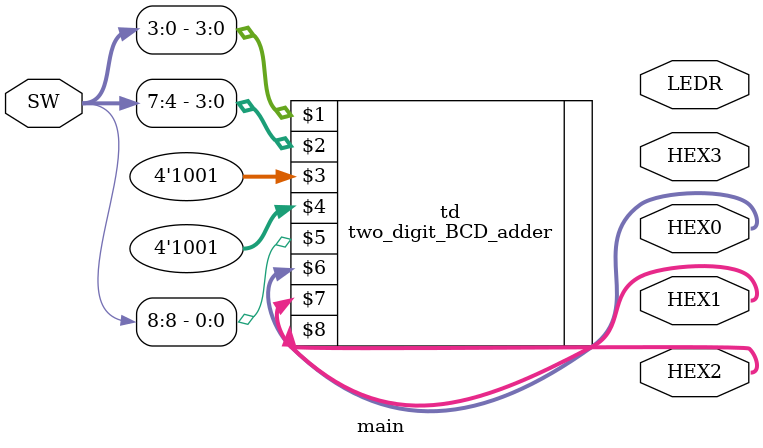
<source format=v>

`default_nettype none

module main(
	input 	[9:0] 	SW,
	output 	[9:0] 	LEDR,
	output	[7:0]		HEX0,
	output	[7:0]		HEX1,
	output	[7:0]		HEX2,
	output	[7:0]		HEX3
);

	// Part I
	//******************
	/*
	bcd_to_7seg b0(SW[3],SW[2],SW[1],SW[0], HEX0[7:0]);
	bcd_to_7seg b1(SW[3],SW[2],SW[1],SW[0], HEX1[7:0]);
	bcd_to_7seg b2(SW[3],SW[2],SW[1],SW[0], HEX2[7:0]);
	bcd_to_7seg b3(SW[3],SW[2],SW[1],SW[0], HEX3[7:0]);
	*/
	//******************
	
	
	// Part II
	//******************
	/*
	
	wire w_z;
	wire [3:0] w_m;
	wire [3:0] w_a;
	
	// comparator (i_v3, i_v2, i_v1, i_v0, o_z)
	comparator comp0 (SW[3], SW[2], SW[1], SW[0], w_z);
	
	//circuit_A (i_v2, i_v1, i_v0, o_a0, o_a1, o_a2)
	circuit_A circA (SW[2], SW[1], SW[0], w_a[0], w_a[1], w_a[2]);
	
	// circuit_B (i_z, o_seg[7:0])
	circuit_B circB(w_z, HEX1);
	
	// mux_2_1_1bit (i_a, i_b, i_sel, o_m)
	mux_2_1_1bit mux3 (SW[3], 0, w_z, w_m[3]);
	mux_2_1_1bit mux2 (SW[2], w_a[2], w_z, w_m[2]);
	mux_2_1_1bit mux1 (SW[1], w_a[1], w_z, w_m[1]);
	mux_2_1_1bit mux0 (SW[0], w_a[0], w_z, w_m[0]);

	// seg7_dec (i_m3, i_m2, i_m1, i_m0, o_seg[7:0])
	bcd_to_7seg seg0 (w_m[3], w_m[2], w_m[1], w_m[0], HEX0);
	
	//bin_to_dec b2d(SW[3], SW[2], SW[1], SW[0], HEX0, HEX1); // test part 2 as a module
	*/
	
	
	//******************
	
	// Part III
	//******************
	/*
	
	//FA fa0 (SW[0], SW[1], SW[2], LEDR[1], LEDR[0]);  // test FA first
	
	//adder_4bit ([3:0]i_a, [3:0]i_b, i_cin, o_cout, [3:0]o_s)
	adder_4bit ad0 (SW[3:0], SW[7:4], SW[8], LEDR[4], LEDR[3:0]);
	*/
	
	//******************
	
	// Part IV
	//******************
	
	/*
	wire [3:0] w_s;
	wire w_cout;
	
	// adder_4bit ([3:0]i_a, [3:0]i_b, i_cin, o_cout, [3:0]o_s)
	adder_4bit add0 (SW[3:0], SW[7:4], SW[8], w_cout, w_s);
	
	// bin_to_dec_v2 (i_v3, i_v2, i_v1, i_v0, i_cin, [7:0]o_seg0, [7:0]o_seg1)
	bin_to_dec_v2 bin2dec0 (w_s[3], w_s[2], w_s[1], w_s[0], w_cout, HEX0, HEX1);
	
	// checkBCD ([3:0]i_a, [3:0]i_b, o_error)
	checkBCD cb0 (SW[3:0], SW[7:4], LEDR[9]);
	*/
	
	//******************
	
	// Part V
	//******************
	
	// TODO
	
	two_digit_BCD_adder td(SW[3:0], SW[7:4], 4'b1001, 4'b1001, SW[8], HEX0[7:0], HEX1[7:0], HEX2[7:0]);
	
	
	//******************
	
	// Part VI
	//******************
	
	// TODO
	
	//******************
	
	// Part VII (Mandatory for Graduate Students)
	//******************
	
	// TODO
	
	//******************

endmodule

</source>
